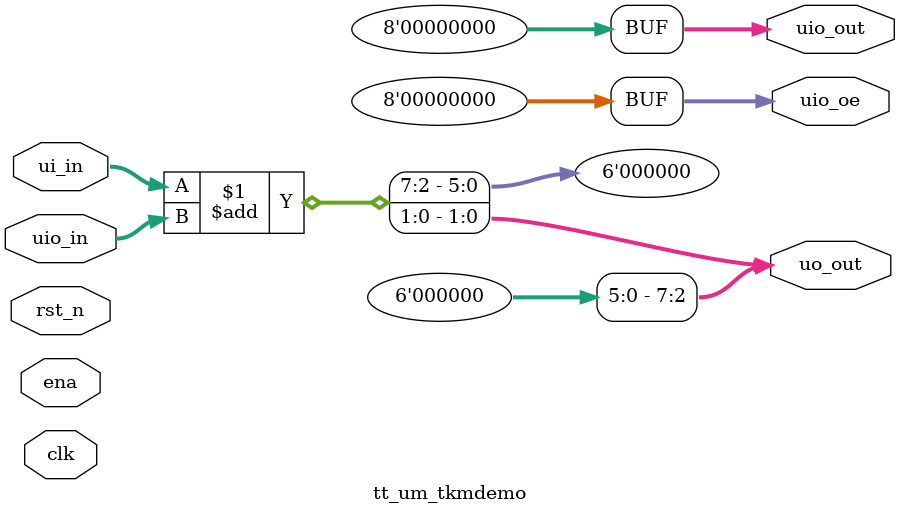
<source format=v>
/*
 * Copyright (c) 2024 Your Name
 * SPDX-License-Identifier: Apache-2.0
 */

`default_nettype none

module tt_um_tkmdemo (
    input  wire [7:0] ui_in,    // Dedicated inputs
    output wire [7:0] uo_out,   // Dedicated outputs
    input  wire [7:0] uio_in,   // IOs: Input path
    output wire [7:0] uio_out,  // IOs: Output path
    output wire [7:0] uio_oe,   // IOs: Enable path (active high: 0=input, 1=output)
    input  wire       ena,      // always 1 when the design is powered, so you can ignore it
    input  wire       clk,      // clock
    input  wire       rst_n     // reset_n - low to reset
);

  // All output pins must be assigned. If not used, assign to 0.
  assign uo_out  = ui_in + uio_in;  // Example: ou_out is the sum of ui_in and uio_in
  assign uio_out = 0;
  assign uio_oe  = 0;
    assign uio_out[0]  = ui_in[0] ^ uio_in[1];
    assign uio_out[1]  = ui_in[0] & uio_in[1];
    assign uo_out[7:2] = 6'b0;

endmodule

</source>
